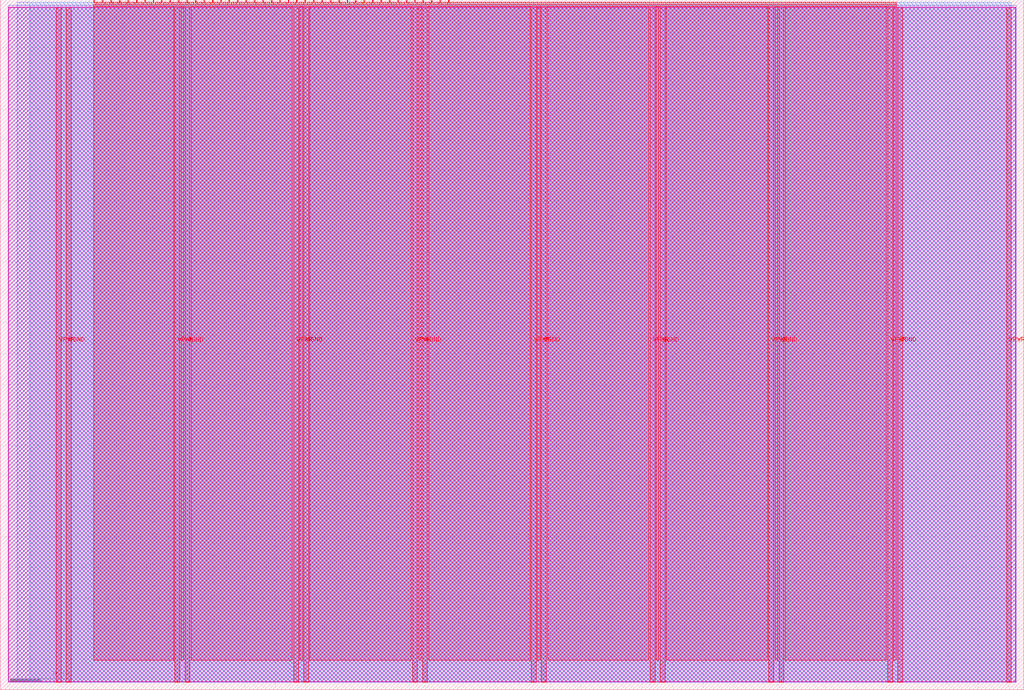
<source format=lef>
VERSION 5.7 ;
  NOWIREEXTENSIONATPIN ON ;
  DIVIDERCHAR "/" ;
  BUSBITCHARS "[]" ;
MACRO tt_um_htfab_asicle2
  CLASS BLOCK ;
  FOREIGN tt_um_htfab_asicle2 ;
  ORIGIN 0.000 0.000 ;
  SIZE 334.880 BY 225.760 ;
  PIN VGND
    DIRECTION INOUT ;
    USE GROUND ;
    PORT
      LAYER met4 ;
        RECT 21.580 2.480 23.180 223.280 ;
    END
    PORT
      LAYER met4 ;
        RECT 60.450 2.480 62.050 223.280 ;
    END
    PORT
      LAYER met4 ;
        RECT 99.320 2.480 100.920 223.280 ;
    END
    PORT
      LAYER met4 ;
        RECT 138.190 2.480 139.790 223.280 ;
    END
    PORT
      LAYER met4 ;
        RECT 177.060 2.480 178.660 223.280 ;
    END
    PORT
      LAYER met4 ;
        RECT 215.930 2.480 217.530 223.280 ;
    END
    PORT
      LAYER met4 ;
        RECT 254.800 2.480 256.400 223.280 ;
    END
    PORT
      LAYER met4 ;
        RECT 293.670 2.480 295.270 223.280 ;
    END
  END VGND
  PIN VPWR
    DIRECTION INOUT ;
    USE POWER ;
    PORT
      LAYER met4 ;
        RECT 18.280 2.480 19.880 223.280 ;
    END
    PORT
      LAYER met4 ;
        RECT 57.150 2.480 58.750 223.280 ;
    END
    PORT
      LAYER met4 ;
        RECT 96.020 2.480 97.620 223.280 ;
    END
    PORT
      LAYER met4 ;
        RECT 134.890 2.480 136.490 223.280 ;
    END
    PORT
      LAYER met4 ;
        RECT 173.760 2.480 175.360 223.280 ;
    END
    PORT
      LAYER met4 ;
        RECT 212.630 2.480 214.230 223.280 ;
    END
    PORT
      LAYER met4 ;
        RECT 251.500 2.480 253.100 223.280 ;
    END
    PORT
      LAYER met4 ;
        RECT 290.370 2.480 291.970 223.280 ;
    END
    PORT
      LAYER met4 ;
        RECT 329.240 2.480 330.840 223.280 ;
    END
  END VPWR
  PIN clk
    DIRECTION INPUT ;
    USE SIGNAL ;
    ANTENNAGATEAREA 0.852000 ;
    PORT
      LAYER met4 ;
        RECT 143.830 224.760 144.130 225.760 ;
    END
  END clk
  PIN ena
    DIRECTION INPUT ;
    USE SIGNAL ;
    PORT
      LAYER met4 ;
        RECT 146.590 224.760 146.890 225.760 ;
    END
  END ena
  PIN rst_n
    DIRECTION INPUT ;
    USE SIGNAL ;
    ANTENNAGATEAREA 0.196500 ;
    PORT
      LAYER met4 ;
        RECT 141.070 224.760 141.370 225.760 ;
    END
  END rst_n
  PIN ui_in[0]
    DIRECTION INPUT ;
    USE SIGNAL ;
    ANTENNAGATEAREA 0.196500 ;
    PORT
      LAYER met4 ;
        RECT 138.310 224.760 138.610 225.760 ;
    END
  END ui_in[0]
  PIN ui_in[1]
    DIRECTION INPUT ;
    USE SIGNAL ;
    ANTENNAGATEAREA 0.196500 ;
    PORT
      LAYER met4 ;
        RECT 135.550 224.760 135.850 225.760 ;
    END
  END ui_in[1]
  PIN ui_in[2]
    DIRECTION INPUT ;
    USE SIGNAL ;
    ANTENNAGATEAREA 0.196500 ;
    PORT
      LAYER met4 ;
        RECT 132.790 224.760 133.090 225.760 ;
    END
  END ui_in[2]
  PIN ui_in[3]
    DIRECTION INPUT ;
    USE SIGNAL ;
    ANTENNAGATEAREA 0.196500 ;
    PORT
      LAYER met4 ;
        RECT 130.030 224.760 130.330 225.760 ;
    END
  END ui_in[3]
  PIN ui_in[4]
    DIRECTION INPUT ;
    USE SIGNAL ;
    ANTENNAGATEAREA 0.196500 ;
    PORT
      LAYER met4 ;
        RECT 127.270 224.760 127.570 225.760 ;
    END
  END ui_in[4]
  PIN ui_in[5]
    DIRECTION INPUT ;
    USE SIGNAL ;
    ANTENNAGATEAREA 0.196500 ;
    PORT
      LAYER met4 ;
        RECT 124.510 224.760 124.810 225.760 ;
    END
  END ui_in[5]
  PIN ui_in[6]
    DIRECTION INPUT ;
    USE SIGNAL ;
    ANTENNAGATEAREA 0.196500 ;
    PORT
      LAYER met4 ;
        RECT 121.750 224.760 122.050 225.760 ;
    END
  END ui_in[6]
  PIN ui_in[7]
    DIRECTION INPUT ;
    USE SIGNAL ;
    ANTENNAGATEAREA 0.196500 ;
    PORT
      LAYER met4 ;
        RECT 118.990 224.760 119.290 225.760 ;
    END
  END ui_in[7]
  PIN uio_in[0]
    DIRECTION INPUT ;
    USE SIGNAL ;
    PORT
      LAYER met4 ;
        RECT 116.230 224.760 116.530 225.760 ;
    END
  END uio_in[0]
  PIN uio_in[1]
    DIRECTION INPUT ;
    USE SIGNAL ;
    ANTENNAGATEAREA 0.196500 ;
    PORT
      LAYER met4 ;
        RECT 113.470 224.760 113.770 225.760 ;
    END
  END uio_in[1]
  PIN uio_in[2]
    DIRECTION INPUT ;
    USE SIGNAL ;
    ANTENNAGATEAREA 0.196500 ;
    PORT
      LAYER met4 ;
        RECT 110.710 224.760 111.010 225.760 ;
    END
  END uio_in[2]
  PIN uio_in[3]
    DIRECTION INPUT ;
    USE SIGNAL ;
    PORT
      LAYER met4 ;
        RECT 107.950 224.760 108.250 225.760 ;
    END
  END uio_in[3]
  PIN uio_in[4]
    DIRECTION INPUT ;
    USE SIGNAL ;
    ANTENNAGATEAREA 0.196500 ;
    PORT
      LAYER met4 ;
        RECT 105.190 224.760 105.490 225.760 ;
    END
  END uio_in[4]
  PIN uio_in[5]
    DIRECTION INPUT ;
    USE SIGNAL ;
    ANTENNAGATEAREA 0.196500 ;
    PORT
      LAYER met4 ;
        RECT 102.430 224.760 102.730 225.760 ;
    END
  END uio_in[5]
  PIN uio_in[6]
    DIRECTION INPUT ;
    USE SIGNAL ;
    PORT
      LAYER met4 ;
        RECT 99.670 224.760 99.970 225.760 ;
    END
  END uio_in[6]
  PIN uio_in[7]
    DIRECTION INPUT ;
    USE SIGNAL ;
    PORT
      LAYER met4 ;
        RECT 96.910 224.760 97.210 225.760 ;
    END
  END uio_in[7]
  PIN uio_oe[0]
    DIRECTION OUTPUT ;
    USE SIGNAL ;
    ANTENNADIFFAREA 0.445500 ;
    PORT
      LAYER met4 ;
        RECT 49.990 224.760 50.290 225.760 ;
    END
  END uio_oe[0]
  PIN uio_oe[1]
    DIRECTION OUTPUT ;
    USE SIGNAL ;
    ANTENNADIFFAREA 0.445500 ;
    PORT
      LAYER met4 ;
        RECT 47.230 224.760 47.530 225.760 ;
    END
  END uio_oe[1]
  PIN uio_oe[2]
    DIRECTION OUTPUT ;
    USE SIGNAL ;
    ANTENNADIFFAREA 0.445500 ;
    PORT
      LAYER met4 ;
        RECT 44.470 224.760 44.770 225.760 ;
    END
  END uio_oe[2]
  PIN uio_oe[3]
    DIRECTION OUTPUT ;
    USE SIGNAL ;
    ANTENNADIFFAREA 0.445500 ;
    PORT
      LAYER met4 ;
        RECT 41.710 224.760 42.010 225.760 ;
    END
  END uio_oe[3]
  PIN uio_oe[4]
    DIRECTION OUTPUT ;
    USE SIGNAL ;
    ANTENNADIFFAREA 0.445500 ;
    PORT
      LAYER met4 ;
        RECT 38.950 224.760 39.250 225.760 ;
    END
  END uio_oe[4]
  PIN uio_oe[5]
    DIRECTION OUTPUT ;
    USE SIGNAL ;
    ANTENNAGATEAREA 0.318000 ;
    ANTENNADIFFAREA 0.445500 ;
    PORT
      LAYER met4 ;
        RECT 36.190 224.760 36.490 225.760 ;
    END
  END uio_oe[5]
  PIN uio_oe[6]
    DIRECTION OUTPUT ;
    USE SIGNAL ;
    ANTENNADIFFAREA 0.445500 ;
    PORT
      LAYER met4 ;
        RECT 33.430 224.760 33.730 225.760 ;
    END
  END uio_oe[6]
  PIN uio_oe[7]
    DIRECTION OUTPUT ;
    USE SIGNAL ;
    ANTENNAGATEAREA 0.795000 ;
    ANTENNADIFFAREA 0.891000 ;
    PORT
      LAYER met4 ;
        RECT 30.670 224.760 30.970 225.760 ;
    END
  END uio_oe[7]
  PIN uio_out[0]
    DIRECTION OUTPUT ;
    USE SIGNAL ;
    ANTENNADIFFAREA 0.445500 ;
    PORT
      LAYER met4 ;
        RECT 72.070 224.760 72.370 225.760 ;
    END
  END uio_out[0]
  PIN uio_out[1]
    DIRECTION OUTPUT ;
    USE SIGNAL ;
    ANTENNADIFFAREA 0.445500 ;
    PORT
      LAYER met4 ;
        RECT 69.310 224.760 69.610 225.760 ;
    END
  END uio_out[1]
  PIN uio_out[2]
    DIRECTION OUTPUT ;
    USE SIGNAL ;
    ANTENNADIFFAREA 0.445500 ;
    PORT
      LAYER met4 ;
        RECT 66.550 224.760 66.850 225.760 ;
    END
  END uio_out[2]
  PIN uio_out[3]
    DIRECTION OUTPUT ;
    USE SIGNAL ;
    ANTENNADIFFAREA 0.445500 ;
    PORT
      LAYER met4 ;
        RECT 63.790 224.760 64.090 225.760 ;
    END
  END uio_out[3]
  PIN uio_out[4]
    DIRECTION OUTPUT ;
    USE SIGNAL ;
    ANTENNADIFFAREA 0.445500 ;
    PORT
      LAYER met4 ;
        RECT 61.030 224.760 61.330 225.760 ;
    END
  END uio_out[4]
  PIN uio_out[5]
    DIRECTION OUTPUT ;
    USE SIGNAL ;
    ANTENNADIFFAREA 0.445500 ;
    PORT
      LAYER met4 ;
        RECT 58.270 224.760 58.570 225.760 ;
    END
  END uio_out[5]
  PIN uio_out[6]
    DIRECTION OUTPUT ;
    USE SIGNAL ;
    ANTENNADIFFAREA 0.445500 ;
    PORT
      LAYER met4 ;
        RECT 55.510 224.760 55.810 225.760 ;
    END
  END uio_out[6]
  PIN uio_out[7]
    DIRECTION OUTPUT ;
    USE SIGNAL ;
    ANTENNADIFFAREA 0.445500 ;
    PORT
      LAYER met4 ;
        RECT 52.750 224.760 53.050 225.760 ;
    END
  END uio_out[7]
  PIN uo_out[0]
    DIRECTION OUTPUT ;
    USE SIGNAL ;
    ANTENNADIFFAREA 0.643500 ;
    PORT
      LAYER met4 ;
        RECT 94.150 224.760 94.450 225.760 ;
    END
  END uo_out[0]
  PIN uo_out[1]
    DIRECTION OUTPUT ;
    USE SIGNAL ;
    ANTENNADIFFAREA 0.643500 ;
    PORT
      LAYER met4 ;
        RECT 91.390 224.760 91.690 225.760 ;
    END
  END uo_out[1]
  PIN uo_out[2]
    DIRECTION OUTPUT ;
    USE SIGNAL ;
    ANTENNADIFFAREA 0.643500 ;
    PORT
      LAYER met4 ;
        RECT 88.630 224.760 88.930 225.760 ;
    END
  END uo_out[2]
  PIN uo_out[3]
    DIRECTION OUTPUT ;
    USE SIGNAL ;
    ANTENNADIFFAREA 0.445500 ;
    PORT
      LAYER met4 ;
        RECT 85.870 224.760 86.170 225.760 ;
    END
  END uo_out[3]
  PIN uo_out[4]
    DIRECTION OUTPUT ;
    USE SIGNAL ;
    ANTENNADIFFAREA 0.643500 ;
    PORT
      LAYER met4 ;
        RECT 83.110 224.760 83.410 225.760 ;
    END
  END uo_out[4]
  PIN uo_out[5]
    DIRECTION OUTPUT ;
    USE SIGNAL ;
    ANTENNADIFFAREA 0.643500 ;
    PORT
      LAYER met4 ;
        RECT 80.350 224.760 80.650 225.760 ;
    END
  END uo_out[5]
  PIN uo_out[6]
    DIRECTION OUTPUT ;
    USE SIGNAL ;
    ANTENNADIFFAREA 0.643500 ;
    PORT
      LAYER met4 ;
        RECT 77.590 224.760 77.890 225.760 ;
    END
  END uo_out[6]
  PIN uo_out[7]
    DIRECTION OUTPUT ;
    USE SIGNAL ;
    ANTENNADIFFAREA 0.445500 ;
    PORT
      LAYER met4 ;
        RECT 74.830 224.760 75.130 225.760 ;
    END
  END uo_out[7]
  OBS
      LAYER nwell ;
        RECT 2.570 2.635 332.310 223.230 ;
      LAYER li1 ;
        RECT 2.760 2.635 332.120 223.125 ;
      LAYER met1 ;
        RECT 2.760 2.480 332.420 224.020 ;
      LAYER met2 ;
        RECT 5.620 2.535 330.810 224.925 ;
      LAYER met3 ;
        RECT 9.725 2.555 330.830 224.905 ;
      LAYER met4 ;
        RECT 31.370 224.360 33.030 224.905 ;
        RECT 34.130 224.360 35.790 224.905 ;
        RECT 36.890 224.360 38.550 224.905 ;
        RECT 39.650 224.360 41.310 224.905 ;
        RECT 42.410 224.360 44.070 224.905 ;
        RECT 45.170 224.360 46.830 224.905 ;
        RECT 47.930 224.360 49.590 224.905 ;
        RECT 50.690 224.360 52.350 224.905 ;
        RECT 53.450 224.360 55.110 224.905 ;
        RECT 56.210 224.360 57.870 224.905 ;
        RECT 58.970 224.360 60.630 224.905 ;
        RECT 61.730 224.360 63.390 224.905 ;
        RECT 64.490 224.360 66.150 224.905 ;
        RECT 67.250 224.360 68.910 224.905 ;
        RECT 70.010 224.360 71.670 224.905 ;
        RECT 72.770 224.360 74.430 224.905 ;
        RECT 75.530 224.360 77.190 224.905 ;
        RECT 78.290 224.360 79.950 224.905 ;
        RECT 81.050 224.360 82.710 224.905 ;
        RECT 83.810 224.360 85.470 224.905 ;
        RECT 86.570 224.360 88.230 224.905 ;
        RECT 89.330 224.360 90.990 224.905 ;
        RECT 92.090 224.360 93.750 224.905 ;
        RECT 94.850 224.360 96.510 224.905 ;
        RECT 97.610 224.360 99.270 224.905 ;
        RECT 100.370 224.360 102.030 224.905 ;
        RECT 103.130 224.360 104.790 224.905 ;
        RECT 105.890 224.360 107.550 224.905 ;
        RECT 108.650 224.360 110.310 224.905 ;
        RECT 111.410 224.360 113.070 224.905 ;
        RECT 114.170 224.360 115.830 224.905 ;
        RECT 116.930 224.360 118.590 224.905 ;
        RECT 119.690 224.360 121.350 224.905 ;
        RECT 122.450 224.360 124.110 224.905 ;
        RECT 125.210 224.360 126.870 224.905 ;
        RECT 127.970 224.360 129.630 224.905 ;
        RECT 130.730 224.360 132.390 224.905 ;
        RECT 133.490 224.360 135.150 224.905 ;
        RECT 136.250 224.360 137.910 224.905 ;
        RECT 139.010 224.360 140.670 224.905 ;
        RECT 141.770 224.360 143.430 224.905 ;
        RECT 144.530 224.360 146.190 224.905 ;
        RECT 147.290 224.360 293.185 224.905 ;
        RECT 30.655 223.680 293.185 224.360 ;
        RECT 30.655 9.695 56.750 223.680 ;
        RECT 59.150 9.695 60.050 223.680 ;
        RECT 62.450 9.695 95.620 223.680 ;
        RECT 98.020 9.695 98.920 223.680 ;
        RECT 101.320 9.695 134.490 223.680 ;
        RECT 136.890 9.695 137.790 223.680 ;
        RECT 140.190 9.695 173.360 223.680 ;
        RECT 175.760 9.695 176.660 223.680 ;
        RECT 179.060 9.695 212.230 223.680 ;
        RECT 214.630 9.695 215.530 223.680 ;
        RECT 217.930 9.695 251.100 223.680 ;
        RECT 253.500 9.695 254.400 223.680 ;
        RECT 256.800 9.695 289.970 223.680 ;
        RECT 292.370 9.695 293.185 223.680 ;
  END
END tt_um_htfab_asicle2
END LIBRARY


</source>
